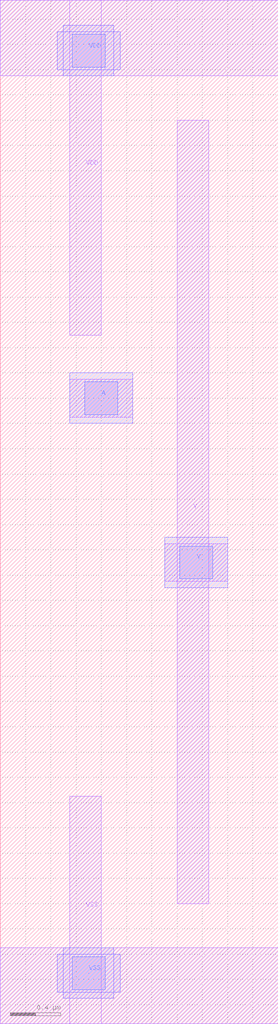
<source format=lef>
# Copyright 2022 Google LLC
# Licensed under the Apache License, Version 2.0 (the "License");
# you may not use this file except in compliance with the License.
# You may obtain a copy of the License at
#
#      http://www.apache.org/licenses/LICENSE-2.0
#
# Unless required by applicable law or agreed to in writing, software
# distributed under the License is distributed on an "AS IS" BASIS,
# WITHOUT WARRANTIES OR CONDITIONS OF ANY KIND, either express or implied.
# See the License for the specific language governing permissions and
# limitations under the License.
VERSION 5.7 ;
BUSBITCHARS "[]" ;
DIVIDERCHAR "/" ;

MACRO gf180mcu_osu_sc_12T_inv_1
  CLASS CORE ;
  ORIGIN 0 0.15 ;
  FOREIGN gf180mcu_osu_sc_12T_inv_1 0 -0.15 ;
  SIZE 2.2 BY 8.1 ;
  SYMMETRY X Y ;
  SITE 12T ;
  PIN A
    DIRECTION INPUT ;
    USE SIGNAL ;
    PORT
      LAYER MET1 ;
        RECT 0.55 4.65 1.05 4.95 ;
      LAYER MET2 ;
        RECT 0.55 4.6 1.05 5 ;
      LAYER VIA12 ;
        RECT 0.67 4.67 0.93 4.93 ;
    END
  END A
  PIN VDD
    DIRECTION INOUT ;
    USE POWER ;
    SHAPE ABUTMENT ;
    PORT
      LAYER MET1 ;
        RECT 0 7.35 2.2 7.95 ;
        RECT 0.55 5.3 0.8 7.95 ;
      LAYER MET2 ;
        RECT 0.45 7.4 0.95 7.7 ;
        RECT 0.5 7.35 0.9 7.75 ;
      LAYER VIA12 ;
        RECT 0.57 7.42 0.83 7.68 ;
    END
  END VDD
  PIN VSS
    DIRECTION INOUT ;
    USE GROUND ;
    PORT
      LAYER MET1 ;
        RECT 0 -0.15 2.2 0.45 ;
        RECT 0.55 -0.15 0.8 1.65 ;
      LAYER MET2 ;
        RECT 0.45 0.1 0.95 0.4 ;
        RECT 0.5 0.05 0.9 0.45 ;
      LAYER VIA12 ;
        RECT 0.57 0.12 0.83 0.38 ;
    END
  END VSS
  PIN Y
    DIRECTION OUTPUT ;
    USE SIGNAL ;
    PORT
      LAYER MET1 ;
        RECT 1.3 3.35 1.8 3.65 ;
        RECT 1.4 0.8 1.65 7 ;
      LAYER MET2 ;
        RECT 1.3 3.3 1.8 3.7 ;
      LAYER VIA12 ;
        RECT 1.42 3.37 1.68 3.63 ;
    END
  END Y
END gf180mcu_osu_sc_12T_inv_1

</source>
